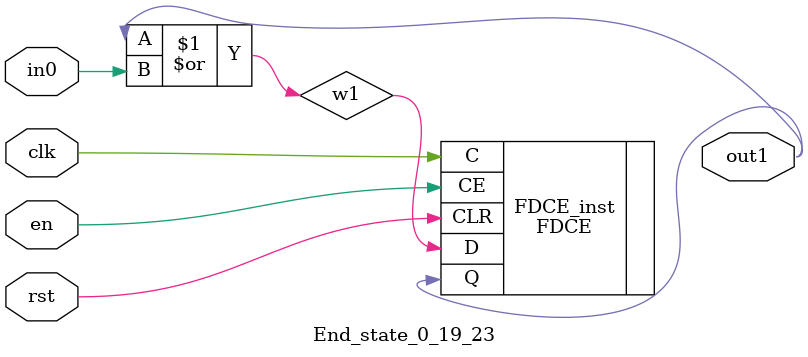
<source format=v>
module engine_0_19(out,clk,sod,en, in_46, in_47, in_48, in_49, in_50, in_51, in_52, in_53, in_54, in_1, in_12, in_13);
//pcre: /^IDENTIFY\s+\x23\s+\d+\x2E\d+\x2E\d+\x2E\d+\s+\x23\s+/
//block char: ^[9], I[0], D[0], E[0], N[0], T[0], F[0], Y[0], \x23[8], \x20[8], \x2E[8], \d[5], 

	input clk,sod,en;

	input in_46, in_47, in_48, in_49, in_50, in_51, in_52, in_53, in_54, in_1, in_12, in_13;
	output out;

	assign w0 = 1'b1;
	state_0_19_1 BlockState_0_19_1 (w1,in_46,clk,en,sod,w0);
	state_0_19_2 BlockState_0_19_2 (w2,in_47,clk,en,sod,w1);
	state_0_19_3 BlockState_0_19_3 (w3,in_48,clk,en,sod,w2);
	state_0_19_4 BlockState_0_19_4 (w4,in_49,clk,en,sod,w3);
	state_0_19_5 BlockState_0_19_5 (w5,in_50,clk,en,sod,w4);
	state_0_19_6 BlockState_0_19_6 (w6,in_51,clk,en,sod,w5);
	state_0_19_7 BlockState_0_19_7 (w7,in_47,clk,en,sod,w6);
	state_0_19_8 BlockState_0_19_8 (w8,in_52,clk,en,sod,w7);
	state_0_19_9 BlockState_0_19_9 (w9,in_53,clk,en,sod,w8);
	state_0_19_10 BlockState_0_19_10 (w10,in_1,clk,en,sod,w10,w9);
	state_0_19_11 BlockState_0_19_11 (w11,in_54,clk,en,sod,w10);
	state_0_19_12 BlockState_0_19_12 (w12,in_1,clk,en,sod,w12,w11);
	state_0_19_13 BlockState_0_19_13 (w13,in_13,clk,en,sod,w13,w12);
	state_0_19_14 BlockState_0_19_14 (w14,in_12,clk,en,sod,w13);
	state_0_19_15 BlockState_0_19_15 (w15,in_13,clk,en,sod,w15,w14);
	state_0_19_16 BlockState_0_19_16 (w16,in_12,clk,en,sod,w15);
	state_0_19_17 BlockState_0_19_17 (w17,in_13,clk,en,sod,w17,w16);
	state_0_19_18 BlockState_0_19_18 (w18,in_12,clk,en,sod,w17);
	state_0_19_19 BlockState_0_19_19 (w19,in_13,clk,en,sod,w19,w18);
	state_0_19_20 BlockState_0_19_20 (w20,in_1,clk,en,sod,w20,w19);
	state_0_19_21 BlockState_0_19_21 (w21,in_54,clk,en,sod,w20);
	state_0_19_22 BlockState_0_19_22 (w22,in_1,clk,en,sod,w22,w21);
	End_state_0_19_23 BlockState_0_19_23 (out,clk,en,sod,w22);
endmodule

module state_0_19_1(out1,in_char,clk,en,rst,in0);
	input in_char,clk,en,rst,in0;
	output out1;
	wire w1,w2;
	assign w1 = in0; 
	and(w2,in_char,w1);
	FDCE #(.INIT(1'b0)) FDCE_inst (
		.Q(out1),
		.C(clk),
		.CE(en),
		.CLR(rst),
		.D(w2)
);
endmodule

module state_0_19_2(out1,in_char,clk,en,rst,in0);
	input in_char,clk,en,rst,in0;
	output out1;
	wire w1,w2;
	assign w1 = in0; 
	and(w2,in_char,w1);
	FDCE #(.INIT(1'b0)) FDCE_inst (
		.Q(out1),
		.C(clk),
		.CE(en),
		.CLR(rst),
		.D(w2)
);
endmodule

module state_0_19_3(out1,in_char,clk,en,rst,in0);
	input in_char,clk,en,rst,in0;
	output out1;
	wire w1,w2;
	assign w1 = in0; 
	and(w2,in_char,w1);
	FDCE #(.INIT(1'b0)) FDCE_inst (
		.Q(out1),
		.C(clk),
		.CE(en),
		.CLR(rst),
		.D(w2)
);
endmodule

module state_0_19_4(out1,in_char,clk,en,rst,in0);
	input in_char,clk,en,rst,in0;
	output out1;
	wire w1,w2;
	assign w1 = in0; 
	and(w2,in_char,w1);
	FDCE #(.INIT(1'b0)) FDCE_inst (
		.Q(out1),
		.C(clk),
		.CE(en),
		.CLR(rst),
		.D(w2)
);
endmodule

module state_0_19_5(out1,in_char,clk,en,rst,in0);
	input in_char,clk,en,rst,in0;
	output out1;
	wire w1,w2;
	assign w1 = in0; 
	and(w2,in_char,w1);
	FDCE #(.INIT(1'b0)) FDCE_inst (
		.Q(out1),
		.C(clk),
		.CE(en),
		.CLR(rst),
		.D(w2)
);
endmodule

module state_0_19_6(out1,in_char,clk,en,rst,in0);
	input in_char,clk,en,rst,in0;
	output out1;
	wire w1,w2;
	assign w1 = in0; 
	and(w2,in_char,w1);
	FDCE #(.INIT(1'b0)) FDCE_inst (
		.Q(out1),
		.C(clk),
		.CE(en),
		.CLR(rst),
		.D(w2)
);
endmodule

module state_0_19_7(out1,in_char,clk,en,rst,in0);
	input in_char,clk,en,rst,in0;
	output out1;
	wire w1,w2;
	assign w1 = in0; 
	and(w2,in_char,w1);
	FDCE #(.INIT(1'b0)) FDCE_inst (
		.Q(out1),
		.C(clk),
		.CE(en),
		.CLR(rst),
		.D(w2)
);
endmodule

module state_0_19_8(out1,in_char,clk,en,rst,in0);
	input in_char,clk,en,rst,in0;
	output out1;
	wire w1,w2;
	assign w1 = in0; 
	and(w2,in_char,w1);
	FDCE #(.INIT(1'b0)) FDCE_inst (
		.Q(out1),
		.C(clk),
		.CE(en),
		.CLR(rst),
		.D(w2)
);
endmodule

module state_0_19_9(out1,in_char,clk,en,rst,in0);
	input in_char,clk,en,rst,in0;
	output out1;
	wire w1,w2;
	assign w1 = in0; 
	and(w2,in_char,w1);
	FDCE #(.INIT(1'b0)) FDCE_inst (
		.Q(out1),
		.C(clk),
		.CE(en),
		.CLR(rst),
		.D(w2)
);
endmodule

module state_0_19_10(out1,in_char,clk,en,rst,in0,in1);
	input in_char,clk,en,rst,in0,in1;
	output out1;
	wire w1,w2;
	or(w1,in0,in1);
	and(w2,in_char,w1);
	FDCE #(.INIT(1'b0)) FDCE_inst (
		.Q(out1),
		.C(clk),
		.CE(en),
		.CLR(rst),
		.D(w2)
);
endmodule

module state_0_19_11(out1,in_char,clk,en,rst,in0);
	input in_char,clk,en,rst,in0;
	output out1;
	wire w1,w2;
	assign w1 = in0; 
	and(w2,in_char,w1);
	FDCE #(.INIT(1'b0)) FDCE_inst (
		.Q(out1),
		.C(clk),
		.CE(en),
		.CLR(rst),
		.D(w2)
);
endmodule

module state_0_19_12(out1,in_char,clk,en,rst,in0,in1);
	input in_char,clk,en,rst,in0,in1;
	output out1;
	wire w1,w2;
	or(w1,in0,in1);
	and(w2,in_char,w1);
	FDCE #(.INIT(1'b0)) FDCE_inst (
		.Q(out1),
		.C(clk),
		.CE(en),
		.CLR(rst),
		.D(w2)
);
endmodule

module state_0_19_13(out1,in_char,clk,en,rst,in0,in1);
	input in_char,clk,en,rst,in0,in1;
	output out1;
	wire w1,w2;
	or(w1,in0,in1);
	and(w2,in_char,w1);
	FDCE #(.INIT(1'b0)) FDCE_inst (
		.Q(out1),
		.C(clk),
		.CE(en),
		.CLR(rst),
		.D(w2)
);
endmodule

module state_0_19_14(out1,in_char,clk,en,rst,in0);
	input in_char,clk,en,rst,in0;
	output out1;
	wire w1,w2;
	assign w1 = in0; 
	and(w2,in_char,w1);
	FDCE #(.INIT(1'b0)) FDCE_inst (
		.Q(out1),
		.C(clk),
		.CE(en),
		.CLR(rst),
		.D(w2)
);
endmodule

module state_0_19_15(out1,in_char,clk,en,rst,in0,in1);
	input in_char,clk,en,rst,in0,in1;
	output out1;
	wire w1,w2;
	or(w1,in0,in1);
	and(w2,in_char,w1);
	FDCE #(.INIT(1'b0)) FDCE_inst (
		.Q(out1),
		.C(clk),
		.CE(en),
		.CLR(rst),
		.D(w2)
);
endmodule

module state_0_19_16(out1,in_char,clk,en,rst,in0);
	input in_char,clk,en,rst,in0;
	output out1;
	wire w1,w2;
	assign w1 = in0; 
	and(w2,in_char,w1);
	FDCE #(.INIT(1'b0)) FDCE_inst (
		.Q(out1),
		.C(clk),
		.CE(en),
		.CLR(rst),
		.D(w2)
);
endmodule

module state_0_19_17(out1,in_char,clk,en,rst,in0,in1);
	input in_char,clk,en,rst,in0,in1;
	output out1;
	wire w1,w2;
	or(w1,in0,in1);
	and(w2,in_char,w1);
	FDCE #(.INIT(1'b0)) FDCE_inst (
		.Q(out1),
		.C(clk),
		.CE(en),
		.CLR(rst),
		.D(w2)
);
endmodule

module state_0_19_18(out1,in_char,clk,en,rst,in0);
	input in_char,clk,en,rst,in0;
	output out1;
	wire w1,w2;
	assign w1 = in0; 
	and(w2,in_char,w1);
	FDCE #(.INIT(1'b0)) FDCE_inst (
		.Q(out1),
		.C(clk),
		.CE(en),
		.CLR(rst),
		.D(w2)
);
endmodule

module state_0_19_19(out1,in_char,clk,en,rst,in0,in1);
	input in_char,clk,en,rst,in0,in1;
	output out1;
	wire w1,w2;
	or(w1,in0,in1);
	and(w2,in_char,w1);
	FDCE #(.INIT(1'b0)) FDCE_inst (
		.Q(out1),
		.C(clk),
		.CE(en),
		.CLR(rst),
		.D(w2)
);
endmodule

module state_0_19_20(out1,in_char,clk,en,rst,in0,in1);
	input in_char,clk,en,rst,in0,in1;
	output out1;
	wire w1,w2;
	or(w1,in0,in1);
	and(w2,in_char,w1);
	FDCE #(.INIT(1'b0)) FDCE_inst (
		.Q(out1),
		.C(clk),
		.CE(en),
		.CLR(rst),
		.D(w2)
);
endmodule

module state_0_19_21(out1,in_char,clk,en,rst,in0);
	input in_char,clk,en,rst,in0;
	output out1;
	wire w1,w2;
	assign w1 = in0; 
	and(w2,in_char,w1);
	FDCE #(.INIT(1'b0)) FDCE_inst (
		.Q(out1),
		.C(clk),
		.CE(en),
		.CLR(rst),
		.D(w2)
);
endmodule

module state_0_19_22(out1,in_char,clk,en,rst,in0,in1);
	input in_char,clk,en,rst,in0,in1;
	output out1;
	wire w1,w2;
	or(w1,in0,in1);
	and(w2,in_char,w1);
	FDCE #(.INIT(1'b0)) FDCE_inst (
		.Q(out1),
		.C(clk),
		.CE(en),
		.CLR(rst),
		.D(w2)
);
endmodule

module End_state_0_19_23(out1,clk,en,rst,in0);
	input clk,rst,en,in0;
	output out1;
	wire w1;
	or(w1,out1,in0);
	FDCE #(.INIT(1'b0)) FDCE_inst (
		.Q(out1),
		.C(clk),
		.CE(en),
		.CLR(rst),
		.D(w1)
);
endmodule


</source>
